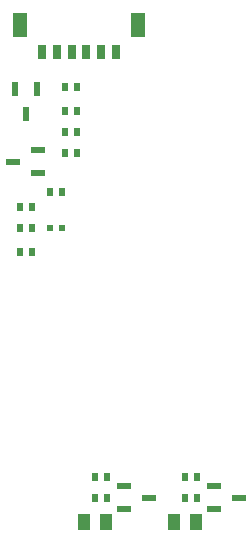
<source format=gbr>
G04 EAGLE Gerber RS-274X export*
G75*
%MOMM*%
%FSLAX34Y34*%
%LPD*%
%INSolderpaste Top*%
%IPPOS*%
%AMOC8*
5,1,8,0,0,1.08239X$1,22.5*%
G01*
G04 Define Apertures*
%ADD10R,0.560000X0.629100*%
%ADD11R,0.800000X1.200000*%
%ADD12R,1.300000X2.150000*%
%ADD13R,0.535100X0.644000*%
%ADD14R,0.624800X1.223500*%
%ADD15R,1.223500X0.624800*%
%ADD16R,1.031200X1.420200*%
D10*
X1328654Y820420D03*
X1338346Y820420D03*
D11*
X1384300Y968840D03*
X1371800Y968840D03*
X1359300Y968840D03*
X1346800Y968840D03*
X1334300Y968840D03*
X1321800Y968840D03*
D12*
X1403300Y991790D03*
X1302800Y991790D03*
D13*
X1313175Y838200D03*
X1303025Y838200D03*
X1303025Y820420D03*
X1313175Y820420D03*
X1341125Y901700D03*
X1351275Y901700D03*
X1341125Y919480D03*
X1351275Y919480D03*
X1303025Y800100D03*
X1313175Y800100D03*
X1328425Y850900D03*
X1338575Y850900D03*
D14*
X1317600Y937740D03*
X1298600Y937740D03*
X1308100Y916460D03*
D15*
X1318740Y866800D03*
X1318740Y885800D03*
X1297460Y876300D03*
D13*
X1341125Y939800D03*
X1351275Y939800D03*
X1341125Y883920D03*
X1351275Y883920D03*
D15*
X1391440Y601320D03*
X1391440Y582320D03*
X1412720Y591820D03*
X1467640Y601320D03*
X1467640Y582320D03*
X1488920Y591820D03*
D13*
X1366525Y609600D03*
X1376675Y609600D03*
X1442725Y609600D03*
X1452875Y609600D03*
X1366525Y591820D03*
X1376675Y591820D03*
X1442725Y591820D03*
X1452875Y591820D03*
D16*
X1357325Y571500D03*
X1375715Y571500D03*
X1433525Y571500D03*
X1451915Y571500D03*
M02*

</source>
